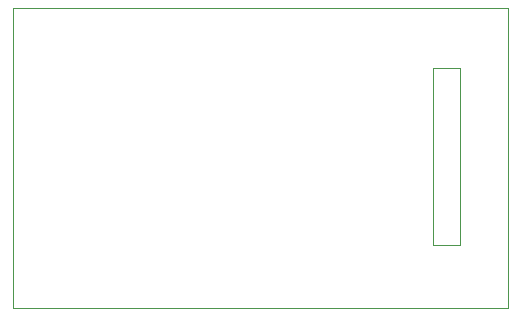
<source format=gbr>
%TF.GenerationSoftware,KiCad,Pcbnew,7.0.7*%
%TF.CreationDate,2024-01-18T22:30:25-05:00*%
%TF.ProjectId,oled_test-board,6f6c6564-5f74-4657-9374-2d626f617264,rev?*%
%TF.SameCoordinates,Original*%
%TF.FileFunction,Profile,NP*%
%FSLAX46Y46*%
G04 Gerber Fmt 4.6, Leading zero omitted, Abs format (unit mm)*
G04 Created by KiCad (PCBNEW 7.0.7) date 2024-01-18 22:30:25*
%MOMM*%
%LPD*%
G01*
G04 APERTURE LIST*
%TA.AperFunction,Profile*%
%ADD10C,0.100000*%
%TD*%
G04 APERTURE END LIST*
D10*
X158750000Y-80010000D02*
X161000000Y-80010000D01*
X161000000Y-95000000D01*
X158750000Y-95000000D01*
X158750000Y-80010000D01*
X123190000Y-74930000D02*
X165100000Y-74930000D01*
X165100000Y-100330000D01*
X123190000Y-100330000D01*
X123190000Y-74930000D01*
M02*

</source>
